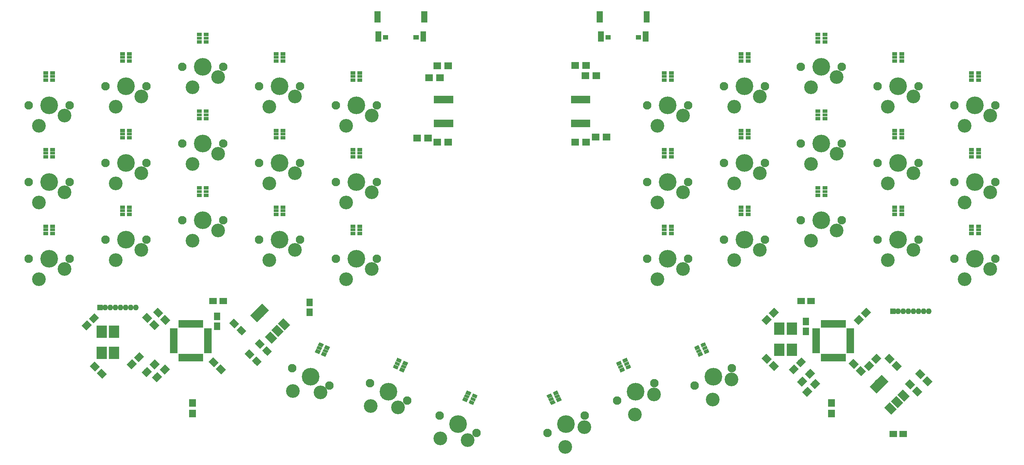
<source format=gbr>
G04 #@! TF.GenerationSoftware,KiCad,Pcbnew,(5.0.0)*
G04 #@! TF.CreationDate,2018-09-12T15:38:26+02:00*
G04 #@! TF.ProjectId,FNH35_rev1,464E4833355F726576312E6B69636164,rev?*
G04 #@! TF.SameCoordinates,Original*
G04 #@! TF.FileFunction,Soldermask,Top*
G04 #@! TF.FilePolarity,Negative*
%FSLAX46Y46*%
G04 Gerber Fmt 4.6, Leading zero omitted, Abs format (unit mm)*
G04 Created by KiCad (PCBNEW (5.0.0)) date 09/12/18 15:38:26*
%MOMM*%
%LPD*%
G01*
G04 APERTURE LIST*
%ADD10C,0.100000*%
%ADD11C,1.650000*%
%ADD12C,2.101800*%
%ADD13C,4.387800*%
%ADD14C,3.400000*%
%ADD15C,1.100000*%
%ADD16C,0.950000*%
%ADD17R,1.200000X0.900000*%
%ADD18R,1.200000X0.700000*%
%ADD19R,1.900000X1.700000*%
%ADD20R,1.700000X1.900000*%
%ADD21R,0.679400X1.873200*%
%ADD22R,1.873200X0.679400*%
%ADD23R,2.500000X3.100000*%
%ADD24R,0.850000X1.850000*%
%ADD25C,2.400000*%
%ADD26C,1.900000*%
%ADD27C,1.700000*%
%ADD28O,1.400000X1.400000*%
%ADD29R,1.400000X1.400000*%
%ADD30C,0.900000*%
%ADD31C,0.700000*%
%ADD32R,1.900000X1.650000*%
%ADD33R,1.650000X1.900000*%
G04 APERTURE END LIST*
D10*
G04 #@! TO.C,J102*
G36*
X-18017000Y-22331000D02*
X-16499750Y-22331000D01*
X-16499750Y-19514530D01*
X-18017000Y-19514530D01*
X-18017000Y-22331000D01*
G37*
G36*
X-6388530Y-22331000D02*
X-4899750Y-22331000D01*
X-4899750Y-19517120D01*
X-6388530Y-19517120D01*
X-6388530Y-22331000D01*
G37*
G36*
X-17707490Y-27081000D02*
X-16299750Y-27081000D01*
X-16299750Y-24479390D01*
X-17707490Y-24479390D01*
X-17707490Y-27081000D01*
G37*
G36*
X-6596600Y-27081000D02*
X-5199750Y-27081000D01*
X-5199750Y-24480160D01*
X-6596600Y-24480160D01*
X-6596600Y-27081000D01*
G37*
G36*
X-15882640Y-26506000D02*
X-14574750Y-26506000D01*
X-14574750Y-25455420D01*
X-15882640Y-25455420D01*
X-15882640Y-26506000D01*
G37*
G36*
X-8319250Y-26506000D02*
X-7024750Y-26506000D01*
X-7024750Y-25455428D01*
X-8319250Y-25455428D01*
X-8319250Y-26506000D01*
G37*
G04 #@! TO.C,J3*
G36*
X46850250Y-26506000D02*
X48144750Y-26506000D01*
X48144750Y-25455428D01*
X46850250Y-25455428D01*
X46850250Y-26506000D01*
G37*
G36*
X39286860Y-26506000D02*
X40594750Y-26506000D01*
X40594750Y-25455420D01*
X39286860Y-25455420D01*
X39286860Y-26506000D01*
G37*
G36*
X48572900Y-27081000D02*
X49969750Y-27081000D01*
X49969750Y-24480160D01*
X48572900Y-24480160D01*
X48572900Y-27081000D01*
G37*
G36*
X37462010Y-27081000D02*
X38869750Y-27081000D01*
X38869750Y-24479390D01*
X37462010Y-24479390D01*
X37462010Y-27081000D01*
G37*
G36*
X48780970Y-22331000D02*
X50269750Y-22331000D01*
X50269750Y-19517120D01*
X48780970Y-19517120D01*
X48780970Y-22331000D01*
G37*
G36*
X37152500Y-22331000D02*
X38669750Y-22331000D01*
X38669750Y-19514530D01*
X37152500Y-19514530D01*
X37152500Y-22331000D01*
G37*
G04 #@! TD*
D11*
G04 #@! TO.C,C101*
X-78195133Y-107177766D03*
D10*
G36*
X-78106745Y-105922651D02*
X-76940018Y-107089378D01*
X-78283521Y-108432881D01*
X-79450248Y-107266154D01*
X-78106745Y-105922651D01*
X-78106745Y-105922651D01*
G37*
D11*
X-76427367Y-105410000D03*
D10*
G36*
X-76338979Y-104154885D02*
X-75172252Y-105321612D01*
X-76515755Y-106665115D01*
X-77682482Y-105498388D01*
X-76338979Y-104154885D01*
X-76338979Y-104154885D01*
G37*
G04 #@! TD*
D11*
G04 #@! TO.C,C104*
X-72617367Y-97403883D03*
D10*
G36*
X-71362252Y-97492271D02*
X-72528979Y-98658998D01*
X-73872482Y-97315495D01*
X-72705755Y-96148768D01*
X-71362252Y-97492271D01*
X-71362252Y-97492271D01*
G37*
D11*
X-74385133Y-95636117D03*
D10*
G36*
X-73130018Y-95724505D02*
X-74296745Y-96891232D01*
X-75640248Y-95547729D01*
X-74473521Y-94381002D01*
X-73130018Y-95724505D01*
X-73130018Y-95724505D01*
G37*
G04 #@! TD*
D12*
G04 #@! TO.C,K209*
X-55518750Y-33337500D03*
X-65678750Y-33337500D03*
D13*
X-60598750Y-33337500D03*
D14*
X-56788750Y-35877500D03*
X-63138750Y-38417500D03*
G04 #@! TD*
D12*
G04 #@! TO.C,K213*
X-74568750Y-38100000D03*
X-84728750Y-38100000D03*
D13*
X-79648750Y-38100000D03*
D14*
X-75838750Y-40640000D03*
X-82188750Y-43180000D03*
G04 #@! TD*
D15*
G04 #@! TO.C,J102*
X-17249750Y-20931000D03*
X-5649750Y-20931000D03*
X-16999750Y-25781000D03*
X-5899750Y-25781000D03*
D16*
X-15224750Y-25981000D03*
X-7674750Y-25981000D03*
G04 #@! TD*
D17*
G04 #@! TO.C,DB302*
X-23348750Y-74718750D03*
D18*
X-23348750Y-73818750D03*
D17*
X-23348750Y-72918750D03*
X-21648750Y-72918750D03*
D18*
X-21648750Y-73818750D03*
D17*
X-21648750Y-74718750D03*
G04 #@! TD*
D14*
G04 #@! TO.C,K214*
X-82188750Y-62230000D03*
X-75838750Y-59690000D03*
D13*
X-79648750Y-57150000D03*
D12*
X-84728750Y-57150000D03*
X-74568750Y-57150000D03*
G04 #@! TD*
D14*
G04 #@! TO.C,K203*
X-25038750Y-86042500D03*
X-18688750Y-83502500D03*
D13*
X-22498750Y-80962500D03*
D12*
X-27578750Y-80962500D03*
X-17418750Y-80962500D03*
G04 #@! TD*
D14*
G04 #@! TO.C,K215*
X-82188750Y-81280000D03*
X-75838750Y-78740000D03*
D13*
X-79648750Y-76200000D03*
D12*
X-84728750Y-76200000D03*
X-74568750Y-76200000D03*
G04 #@! TD*
G04 #@! TO.C,K216*
X-93618750Y-42862500D03*
X-103778750Y-42862500D03*
D13*
X-98698750Y-42862500D03*
D14*
X-94888750Y-45402500D03*
X-101238750Y-47942500D03*
G04 #@! TD*
D12*
G04 #@! TO.C,K204*
X7355064Y-124224396D03*
X-1853024Y-119930594D03*
D13*
X2751020Y-122077495D03*
D14*
X5130602Y-125989692D03*
X-1697903Y-125608088D03*
G04 #@! TD*
D12*
G04 #@! TO.C,K211*
X-55518750Y-71437500D03*
X-65678750Y-71437500D03*
D13*
X-60598750Y-71437500D03*
D14*
X-56788750Y-73977500D03*
X-63138750Y-76517500D03*
G04 #@! TD*
D17*
G04 #@! TO.C,DB316*
X-97848750Y-36618750D03*
D18*
X-97848750Y-35718750D03*
D17*
X-97848750Y-34818750D03*
X-99548750Y-34818750D03*
D18*
X-99548750Y-35718750D03*
D17*
X-99548750Y-36618750D03*
G04 #@! TD*
G04 #@! TO.C,DB314*
X-80498750Y-69956250D03*
D18*
X-80498750Y-69056250D03*
D17*
X-80498750Y-68156250D03*
X-78798750Y-68156250D03*
D18*
X-78798750Y-69056250D03*
D17*
X-78798750Y-69956250D03*
G04 #@! TD*
D14*
G04 #@! TO.C,K210*
X-63138750Y-57467500D03*
X-56788750Y-54927500D03*
D13*
X-60598750Y-52387500D03*
D12*
X-65678750Y-52387500D03*
X-55518750Y-52387500D03*
G04 #@! TD*
G04 #@! TO.C,K207*
X-36468750Y-76200000D03*
X-46628750Y-76200000D03*
D13*
X-41548750Y-76200000D03*
D14*
X-37738750Y-78740000D03*
X-44088750Y-81280000D03*
G04 #@! TD*
D12*
G04 #@! TO.C,K202*
X-17418750Y-61912500D03*
X-27578750Y-61912500D03*
D13*
X-22498750Y-61912500D03*
D14*
X-18688750Y-64452500D03*
X-25038750Y-66992500D03*
G04 #@! TD*
D12*
G04 #@! TO.C,K206*
X-36468750Y-57150000D03*
X-46628750Y-57150000D03*
D13*
X-41548750Y-57150000D03*
D14*
X-37738750Y-59690000D03*
X-44088750Y-62230000D03*
G04 #@! TD*
G04 #@! TO.C,K205*
X-44088750Y-43180000D03*
X-37738750Y-40640000D03*
D13*
X-41548750Y-38100000D03*
D12*
X-46628750Y-38100000D03*
X-36468750Y-38100000D03*
G04 #@! TD*
G04 #@! TO.C,K218*
X-93618750Y-80962500D03*
X-103778750Y-80962500D03*
D13*
X-98698750Y-80962500D03*
D14*
X-94888750Y-83502500D03*
X-101238750Y-86042500D03*
G04 #@! TD*
D19*
G04 #@! TO.C,R107*
X-2411250Y-52050000D03*
X288750Y-52050000D03*
G04 #@! TD*
D20*
G04 #@! TO.C,R103*
X-63138750Y-119460000D03*
X-63138750Y-116760000D03*
G04 #@! TD*
D21*
G04 #@! TO.C,U102*
X-66288350Y-97129600D03*
X-65805750Y-97129600D03*
X-65297750Y-97129600D03*
X-64789750Y-97129600D03*
X-64307150Y-97129600D03*
X-63799150Y-97129600D03*
X-63291150Y-97129600D03*
X-62783150Y-97129600D03*
X-62300550Y-97129600D03*
X-61792550Y-97129600D03*
X-61284550Y-97129600D03*
X-60801950Y-97129600D03*
D22*
X-59328750Y-98602800D03*
X-59328750Y-99085400D03*
X-59328750Y-99593400D03*
X-59328750Y-100101400D03*
X-59328750Y-100584000D03*
X-59328750Y-101092000D03*
X-59328750Y-101600000D03*
X-59328750Y-102108000D03*
X-59328750Y-102590600D03*
X-59328750Y-103098600D03*
X-59328750Y-103606600D03*
X-59328750Y-104089200D03*
D21*
X-60801950Y-105562400D03*
X-61284550Y-105562400D03*
X-61792550Y-105562400D03*
X-62300550Y-105562400D03*
X-62783150Y-105562400D03*
X-63291150Y-105562400D03*
X-63799150Y-105562400D03*
X-64307150Y-105562400D03*
X-64789750Y-105562400D03*
X-65297750Y-105562400D03*
X-65805750Y-105562400D03*
X-66288350Y-105562400D03*
D22*
X-67761550Y-104089200D03*
X-67761550Y-103606600D03*
X-67761550Y-103098600D03*
X-67761550Y-102590600D03*
X-67761550Y-102108000D03*
X-67761550Y-101600000D03*
X-67761550Y-101092000D03*
X-67761550Y-100584000D03*
X-67761550Y-100101400D03*
X-67761550Y-99593400D03*
X-67761550Y-99085400D03*
X-67761550Y-98602800D03*
G04 #@! TD*
D23*
G04 #@! TO.C,X101*
X-85667750Y-99077001D03*
X-85667750Y-104376999D03*
X-82567750Y-104376999D03*
X-82567750Y-99077001D03*
G04 #@! TD*
D24*
G04 #@! TO.C,U103*
X1097130Y-41463445D03*
X447130Y-41463445D03*
X-202870Y-41463445D03*
X-852870Y-41463445D03*
X-1502870Y-41463445D03*
X-2152870Y-41463445D03*
X-2802870Y-41463445D03*
X-2802870Y-47363445D03*
X-2152870Y-47363445D03*
X-1502870Y-47363445D03*
X-852870Y-47363445D03*
X-202870Y-47363445D03*
X447130Y-47363445D03*
X1097130Y-47363445D03*
G04 #@! TD*
D25*
G04 #@! TO.C,U101*
X-46482155Y-94424161D03*
D10*
G36*
X-44148703Y-93787765D02*
X-47118551Y-96757613D01*
X-48815607Y-95060557D01*
X-45845759Y-92090709D01*
X-44148703Y-93787765D01*
X-44148703Y-93787765D01*
G37*
D26*
X-42027383Y-98878933D03*
D10*
G36*
X-40507103Y-99055710D02*
X-41850606Y-100399213D01*
X-43547663Y-98702156D01*
X-42204160Y-97358653D01*
X-40507103Y-99055710D01*
X-40507103Y-99055710D01*
G37*
D26*
X-40401037Y-97252588D03*
D10*
G36*
X-38880757Y-97429365D02*
X-40224260Y-98772868D01*
X-41921317Y-97075811D01*
X-40577814Y-95732308D01*
X-38880757Y-97429365D01*
X-38880757Y-97429365D01*
G37*
D26*
X-43653728Y-100505279D03*
D10*
G36*
X-42133448Y-100682056D02*
X-43476951Y-102025559D01*
X-45174008Y-100328502D01*
X-43830505Y-98984999D01*
X-42133448Y-100682056D01*
X-42133448Y-100682056D01*
G37*
G04 #@! TD*
D27*
G04 #@! TO.C,R102*
X-72546656Y-107197906D03*
D10*
G36*
X-72617367Y-108470698D02*
X-73819448Y-107268617D01*
X-72475945Y-105925114D01*
X-71273864Y-107127195D01*
X-72617367Y-108470698D01*
X-72617367Y-108470698D01*
G37*
D27*
X-74455844Y-109107094D03*
D10*
G36*
X-74526555Y-110379886D02*
X-75728636Y-109177805D01*
X-74385133Y-107834302D01*
X-73183052Y-109036383D01*
X-74526555Y-110379886D01*
X-74526555Y-110379886D01*
G37*
G04 #@! TD*
D19*
G04 #@! TO.C,R104*
X288750Y-33050000D03*
X-2411250Y-33050000D03*
G04 #@! TD*
G04 #@! TO.C,R105*
X-4411250Y-36050000D03*
X-1711250Y-36050000D03*
G04 #@! TD*
D11*
G04 #@! TO.C,C102*
X-71642633Y-94366117D03*
D10*
G36*
X-70387518Y-94454505D02*
X-71554245Y-95621232D01*
X-72897748Y-94277729D01*
X-71731021Y-93111002D01*
X-70387518Y-94454505D01*
X-70387518Y-94454505D01*
G37*
D11*
X-69874867Y-96133883D03*
D10*
G36*
X-68619752Y-96222271D02*
X-69786479Y-97388998D01*
X-71129982Y-96045495D01*
X-69963255Y-94878768D01*
X-68619752Y-96222271D01*
X-68619752Y-96222271D01*
G37*
G04 #@! TD*
D27*
G04 #@! TO.C,R101*
X-70006656Y-108467906D03*
D10*
G36*
X-69935945Y-107195114D02*
X-68733864Y-108397195D01*
X-70077367Y-109740698D01*
X-71279448Y-108538617D01*
X-69935945Y-107195114D01*
X-69935945Y-107195114D01*
G37*
D27*
X-71915844Y-110377094D03*
D10*
G36*
X-71845133Y-109104302D02*
X-70643052Y-110306383D01*
X-71986555Y-111649886D01*
X-73188636Y-110447805D01*
X-71845133Y-109104302D01*
X-71845133Y-109104302D01*
G37*
G04 #@! TD*
D28*
G04 #@! TO.C,J103*
X-77171250Y-93050000D03*
X-78441250Y-93050000D03*
X-79711250Y-93050000D03*
X-80981250Y-93050000D03*
X-82251250Y-93050000D03*
X-83521250Y-93050000D03*
X-84791250Y-93050000D03*
D29*
X-86061250Y-93050000D03*
G04 #@! TD*
D17*
G04 #@! TO.C,DB317*
X-99548750Y-74718750D03*
D18*
X-99548750Y-73818750D03*
D17*
X-99548750Y-72918750D03*
X-97848750Y-72918750D03*
D18*
X-97848750Y-73818750D03*
D17*
X-97848750Y-74718750D03*
G04 #@! TD*
D30*
G04 #@! TO.C,DB303*
X6836963Y-115049896D03*
D10*
G36*
X6103000Y-115204164D02*
X6483357Y-114388487D01*
X7570926Y-114895628D01*
X7190569Y-115711305D01*
X6103000Y-115204164D01*
X6103000Y-115204164D01*
G37*
D31*
X6456608Y-115865573D03*
D10*
G36*
X5764907Y-115929210D02*
X6060740Y-115294794D01*
X7148309Y-115801936D01*
X6852476Y-116436352D01*
X5764907Y-115929210D01*
X5764907Y-115929210D01*
G37*
D30*
X6076250Y-116681250D03*
D10*
G36*
X5342287Y-116835518D02*
X5722644Y-116019841D01*
X6810213Y-116526982D01*
X6429856Y-117342659D01*
X5342287Y-116835518D01*
X5342287Y-116835518D01*
G37*
D30*
X4535527Y-115962798D03*
D10*
G36*
X3801564Y-116117066D02*
X4181921Y-115301389D01*
X5269490Y-115808530D01*
X4889133Y-116624207D01*
X3801564Y-116117066D01*
X3801564Y-116117066D01*
G37*
D31*
X4915882Y-115147121D03*
D10*
G36*
X4224181Y-115210758D02*
X4520014Y-114576342D01*
X5607583Y-115083484D01*
X5311750Y-115717900D01*
X4224181Y-115210758D01*
X4224181Y-115210758D01*
G37*
D30*
X5296240Y-114331444D03*
D10*
G36*
X4562277Y-114485712D02*
X4942634Y-113670035D01*
X6030203Y-114177176D01*
X5649846Y-114992853D01*
X4562277Y-114485712D01*
X4562277Y-114485712D01*
G37*
G04 #@! TD*
D17*
G04 #@! TO.C,DB318*
X-97848750Y-53868750D03*
D18*
X-97848750Y-54768750D03*
D17*
X-97848750Y-55668750D03*
X-99548750Y-55668750D03*
D18*
X-99548750Y-54768750D03*
D17*
X-99548750Y-53868750D03*
G04 #@! TD*
D11*
G04 #@! TO.C,C108*
X-47180886Y-106425430D03*
D10*
G36*
X-45925771Y-106513818D02*
X-47092498Y-107680545D01*
X-48436001Y-106337042D01*
X-47269274Y-105170315D01*
X-45925771Y-106513818D01*
X-45925771Y-106513818D01*
G37*
D11*
X-48948652Y-104657664D03*
D10*
G36*
X-47693537Y-104746052D02*
X-48860264Y-105912779D01*
X-50203767Y-104569276D01*
X-49037040Y-103402549D01*
X-47693537Y-104746052D01*
X-47693537Y-104746052D01*
G37*
G04 #@! TD*
D11*
G04 #@! TO.C,C105*
X-57875133Y-106680000D03*
D10*
G36*
X-59130248Y-106591612D02*
X-57963521Y-105424885D01*
X-56620018Y-106768388D01*
X-57786745Y-107935115D01*
X-59130248Y-106591612D01*
X-59130248Y-106591612D01*
G37*
D11*
X-56107367Y-108447766D03*
D10*
G36*
X-57362482Y-108359378D02*
X-56195755Y-107192651D01*
X-54852252Y-108536154D01*
X-56018979Y-109702881D01*
X-57362482Y-108359378D01*
X-57362482Y-108359378D01*
G37*
G04 #@! TD*
D32*
G04 #@! TO.C,C103*
X-55538750Y-91440000D03*
X-58038750Y-91440000D03*
G04 #@! TD*
D30*
G04 #@! TO.C,DB311*
X-31302868Y-102359621D03*
D10*
G36*
X-32036831Y-102513889D02*
X-31656474Y-101698212D01*
X-30568905Y-102205353D01*
X-30949262Y-103021030D01*
X-32036831Y-102513889D01*
X-32036831Y-102513889D01*
G37*
D31*
X-31683226Y-103175298D03*
D10*
G36*
X-32374927Y-103238935D02*
X-32079094Y-102604519D01*
X-30991525Y-103111661D01*
X-31287358Y-103746077D01*
X-32374927Y-103238935D01*
X-32374927Y-103238935D01*
G37*
D30*
X-32063581Y-103990975D03*
D10*
G36*
X-32797544Y-104145243D02*
X-32417187Y-103329566D01*
X-31329618Y-103836707D01*
X-31709975Y-104652384D01*
X-32797544Y-104145243D01*
X-32797544Y-104145243D01*
G37*
D30*
X-30522858Y-104709427D03*
D10*
G36*
X-31256821Y-104863695D02*
X-30876464Y-104048018D01*
X-29788895Y-104555159D01*
X-30169252Y-105370836D01*
X-31256821Y-104863695D01*
X-31256821Y-104863695D01*
G37*
D31*
X-30142500Y-103893750D03*
D10*
G36*
X-30834201Y-103957387D02*
X-30538368Y-103322971D01*
X-29450799Y-103830113D01*
X-29746632Y-104464529D01*
X-30834201Y-103957387D01*
X-30834201Y-103957387D01*
G37*
D30*
X-29762145Y-103078073D03*
D10*
G36*
X-30496108Y-103232341D02*
X-30115751Y-102416664D01*
X-29028182Y-102923805D01*
X-29408539Y-103739482D01*
X-30496108Y-103232341D01*
X-30496108Y-103232341D01*
G37*
G04 #@! TD*
D17*
G04 #@! TO.C,DB305*
X-42398750Y-31856250D03*
D18*
X-42398750Y-30956250D03*
D17*
X-42398750Y-30056250D03*
X-40698750Y-30056250D03*
D18*
X-40698750Y-30956250D03*
D17*
X-40698750Y-31856250D03*
G04 #@! TD*
G04 #@! TO.C,DB308*
X-42398750Y-49106250D03*
D18*
X-42398750Y-50006250D03*
D17*
X-42398750Y-50906250D03*
X-40698750Y-50906250D03*
D18*
X-40698750Y-50006250D03*
D17*
X-40698750Y-49106250D03*
G04 #@! TD*
D11*
G04 #@! TO.C,C111*
X-52758652Y-97037664D03*
D10*
G36*
X-51503537Y-97126052D02*
X-52670264Y-98292779D01*
X-54013767Y-96949276D01*
X-52847040Y-95782549D01*
X-51503537Y-97126052D01*
X-51503537Y-97126052D01*
G37*
D11*
X-50990886Y-98805430D03*
D10*
G36*
X-49735771Y-98893818D02*
X-50902498Y-100060545D01*
X-52246001Y-98717042D01*
X-51079274Y-97550315D01*
X-49735771Y-98893818D01*
X-49735771Y-98893818D01*
G37*
G04 #@! TD*
D17*
G04 #@! TO.C,DB304*
X-21648750Y-53868750D03*
D18*
X-21648750Y-54768750D03*
D17*
X-21648750Y-55668750D03*
X-23348750Y-55668750D03*
D18*
X-23348750Y-54768750D03*
D17*
X-23348750Y-53868750D03*
G04 #@! TD*
G04 #@! TO.C,DB312*
X-59748750Y-44343750D03*
D18*
X-59748750Y-45243750D03*
D17*
X-59748750Y-46143750D03*
X-61448750Y-46143750D03*
D18*
X-61448750Y-45243750D03*
D17*
X-61448750Y-44343750D03*
G04 #@! TD*
D30*
G04 #@! TO.C,DB307*
X-10392500Y-106956250D03*
D10*
G36*
X-11126463Y-107110518D02*
X-10746106Y-106294841D01*
X-9658537Y-106801982D01*
X-10038894Y-107617659D01*
X-11126463Y-107110518D01*
X-11126463Y-107110518D01*
G37*
D31*
X-10772855Y-107771927D03*
D10*
G36*
X-11464556Y-107835564D02*
X-11168723Y-107201148D01*
X-10081154Y-107708290D01*
X-10376987Y-108342706D01*
X-11464556Y-107835564D01*
X-11464556Y-107835564D01*
G37*
D30*
X-11153213Y-108587604D03*
D10*
G36*
X-11887176Y-108741872D02*
X-11506819Y-107926195D01*
X-10419250Y-108433336D01*
X-10799607Y-109249013D01*
X-11887176Y-108741872D01*
X-11887176Y-108741872D01*
G37*
D30*
X-12693936Y-107869152D03*
D10*
G36*
X-13427899Y-108023420D02*
X-13047542Y-107207743D01*
X-11959973Y-107714884D01*
X-12340330Y-108530561D01*
X-13427899Y-108023420D01*
X-13427899Y-108023420D01*
G37*
D31*
X-12313581Y-107053475D03*
D10*
G36*
X-13005282Y-107117112D02*
X-12709449Y-106482696D01*
X-11621880Y-106989838D01*
X-11917713Y-107624254D01*
X-13005282Y-107117112D01*
X-13005282Y-107117112D01*
G37*
D30*
X-11933223Y-106237798D03*
D10*
G36*
X-12667186Y-106392066D02*
X-12286829Y-105576389D01*
X-11199260Y-106083530D01*
X-11579617Y-106899207D01*
X-12667186Y-106392066D01*
X-12667186Y-106392066D01*
G37*
G04 #@! TD*
D17*
G04 #@! TO.C,DB315*
X-80498750Y-49106250D03*
D18*
X-80498750Y-50006250D03*
D17*
X-80498750Y-50906250D03*
X-78798750Y-50906250D03*
D18*
X-78798750Y-50006250D03*
D17*
X-78798750Y-49106250D03*
G04 #@! TD*
D33*
G04 #@! TO.C,C112*
X-34094769Y-94294047D03*
X-34094769Y-91794047D03*
G04 #@! TD*
D11*
G04 #@! TO.C,C107*
X-89379133Y-97525883D03*
D10*
G36*
X-89290745Y-96270768D02*
X-88124018Y-97437495D01*
X-89467521Y-98780998D01*
X-90634248Y-97614271D01*
X-89290745Y-96270768D01*
X-89290745Y-96270768D01*
G37*
D11*
X-87611367Y-95758117D03*
D10*
G36*
X-87522979Y-94503002D02*
X-86356252Y-95669729D01*
X-87699755Y-97013232D01*
X-88866482Y-95846505D01*
X-87522979Y-94503002D01*
X-87522979Y-94503002D01*
G37*
G04 #@! TD*
D17*
G04 #@! TO.C,DB306*
X-40698750Y-69956250D03*
D18*
X-40698750Y-69056250D03*
D17*
X-40698750Y-68156250D03*
X-42398750Y-68156250D03*
D18*
X-42398750Y-69056250D03*
D17*
X-42398750Y-69956250D03*
G04 #@! TD*
D11*
G04 #@! TO.C,C109*
X-87379133Y-107758117D03*
D10*
G36*
X-88634248Y-107669729D02*
X-87467521Y-106503002D01*
X-86124018Y-107846505D01*
X-87290745Y-109013232D01*
X-88634248Y-107669729D01*
X-88634248Y-107669729D01*
G37*
D11*
X-85611367Y-109525883D03*
D10*
G36*
X-86866482Y-109437495D02*
X-85699755Y-108270768D01*
X-84356252Y-109614271D01*
X-85522979Y-110780998D01*
X-86866482Y-109437495D01*
X-86866482Y-109437495D01*
G37*
G04 #@! TD*
D17*
G04 #@! TO.C,DB313*
X-80498750Y-31856250D03*
D18*
X-80498750Y-30956250D03*
D17*
X-80498750Y-30056250D03*
X-78798750Y-30056250D03*
D18*
X-78798750Y-30956250D03*
D17*
X-78798750Y-31856250D03*
G04 #@! TD*
G04 #@! TO.C,DB309*
X-59748750Y-27093750D03*
D18*
X-59748750Y-26193750D03*
D17*
X-59748750Y-25293750D03*
X-61448750Y-25293750D03*
D18*
X-61448750Y-26193750D03*
D17*
X-61448750Y-27093750D03*
G04 #@! TD*
G04 #@! TO.C,DB301*
X-21648750Y-36618750D03*
D18*
X-21648750Y-35718750D03*
D17*
X-21648750Y-34818750D03*
X-23348750Y-34818750D03*
D18*
X-23348750Y-35718750D03*
D17*
X-23348750Y-36618750D03*
G04 #@! TD*
D19*
G04 #@! TO.C,R106*
X-4711250Y-51050000D03*
X-7411250Y-51050000D03*
G04 #@! TD*
D33*
G04 #@! TO.C,C106*
X-56991250Y-95270000D03*
X-56991250Y-97770000D03*
G04 #@! TD*
D11*
G04 #@! TO.C,C110*
X-44640886Y-103885430D03*
D10*
G36*
X-43385771Y-103973818D02*
X-44552498Y-105140545D01*
X-45896001Y-103797042D01*
X-44729274Y-102630315D01*
X-43385771Y-103973818D01*
X-43385771Y-103973818D01*
G37*
D11*
X-46408652Y-102117664D03*
D10*
G36*
X-45153537Y-102206052D02*
X-46320264Y-103372779D01*
X-47663767Y-102029276D01*
X-46497040Y-100862549D01*
X-45153537Y-102206052D01*
X-45153537Y-102206052D01*
G37*
G04 #@! TD*
D17*
G04 #@! TO.C,DB310*
X-59748750Y-65193750D03*
D18*
X-59748750Y-64293750D03*
D17*
X-59748750Y-63393750D03*
X-61448750Y-63393750D03*
D18*
X-61448750Y-64293750D03*
D17*
X-61448750Y-65193750D03*
G04 #@! TD*
D14*
G04 #@! TO.C,K217*
X-101238750Y-66992500D03*
X-94888750Y-64452500D03*
D13*
X-98698750Y-61912500D03*
D12*
X-103778750Y-61912500D03*
X-93618750Y-61912500D03*
G04 #@! TD*
D14*
G04 #@! TO.C,K208*
X-18963067Y-117557210D03*
X-12134562Y-117938814D03*
D13*
X-14514144Y-114026617D03*
D12*
X-19118188Y-111879716D03*
X-9910100Y-116173518D03*
G04 #@! TD*
G04 #@! TO.C,K212*
X-29187982Y-112438931D03*
X-38396070Y-108145129D03*
D13*
X-33792026Y-110292030D03*
D14*
X-31412444Y-114204227D03*
X-38240949Y-113822623D03*
G04 #@! TD*
G04 #@! TO.C,K201*
X-25038750Y-47942500D03*
X-18688750Y-45402500D03*
D13*
X-22498750Y-42862500D03*
D12*
X-27578750Y-42862500D03*
X-17418750Y-42862500D03*
G04 #@! TD*
G04 #@! TO.C,K1*
X136048750Y-61912500D03*
X125888750Y-61912500D03*
D13*
X130968750Y-61912500D03*
D14*
X134778750Y-64452500D03*
X128428750Y-66992500D03*
G04 #@! TD*
D12*
G04 #@! TO.C,K40*
X59848750Y-42862500D03*
X49688750Y-42862500D03*
D13*
X54768750Y-42862500D03*
D14*
X58578750Y-45402500D03*
X52228750Y-47942500D03*
G04 #@! TD*
G04 #@! TO.C,K20*
X90328750Y-38417500D03*
X96678750Y-35877500D03*
D13*
X92868750Y-33337500D03*
D12*
X87788750Y-33337500D03*
X97948750Y-33337500D03*
G04 #@! TD*
D14*
G04 #@! TO.C,K23*
X65906905Y-115969524D03*
X70588509Y-110983876D03*
D13*
X66062026Y-110292030D03*
D12*
X61457982Y-112438931D03*
X70666070Y-108145129D03*
G04 #@! TD*
G04 #@! TO.C,K33*
X51388188Y-111879716D03*
X42180100Y-116173518D03*
D13*
X46784144Y-114026617D03*
D14*
X51310627Y-114718463D03*
X46629023Y-119704111D03*
G04 #@! TD*
D17*
G04 #@! TO.C,DB0*
X131818750Y-34818750D03*
D18*
X131818750Y-35718750D03*
D17*
X131818750Y-36618750D03*
X130118750Y-36618750D03*
D18*
X130118750Y-35718750D03*
D17*
X130118750Y-34818750D03*
G04 #@! TD*
D14*
G04 #@! TO.C,K22*
X90328750Y-76517500D03*
X96678750Y-73977500D03*
D13*
X92868750Y-71437500D03*
D12*
X87788750Y-71437500D03*
X97948750Y-71437500D03*
G04 #@! TD*
G04 #@! TO.C,K30*
X78898750Y-38100000D03*
X68738750Y-38100000D03*
D13*
X73818750Y-38100000D03*
D14*
X77628750Y-40640000D03*
X71278750Y-43180000D03*
G04 #@! TD*
D12*
G04 #@! TO.C,K42*
X59848750Y-80962500D03*
X49688750Y-80962500D03*
D13*
X54768750Y-80962500D03*
D14*
X58578750Y-83502500D03*
X52228750Y-86042500D03*
G04 #@! TD*
G04 #@! TO.C,K43*
X29363859Y-127754989D03*
X34045463Y-122769341D03*
D13*
X29518980Y-122077495D03*
D12*
X24914936Y-124224396D03*
X34123024Y-119930594D03*
G04 #@! TD*
D14*
G04 #@! TO.C,K0*
X128428750Y-47942500D03*
X134778750Y-45402500D03*
D13*
X130968750Y-42862500D03*
D12*
X125888750Y-42862500D03*
X136048750Y-42862500D03*
G04 #@! TD*
G04 #@! TO.C,K12*
X116998750Y-76200000D03*
X106838750Y-76200000D03*
D13*
X111918750Y-76200000D03*
D14*
X115728750Y-78740000D03*
X109378750Y-81280000D03*
G04 #@! TD*
G04 #@! TO.C,K10*
X109378750Y-43180000D03*
X115728750Y-40640000D03*
D13*
X111918750Y-38100000D03*
D12*
X106838750Y-38100000D03*
X116998750Y-38100000D03*
G04 #@! TD*
D14*
G04 #@! TO.C,K41*
X52228750Y-66992500D03*
X58578750Y-64452500D03*
D13*
X54768750Y-61912500D03*
D12*
X49688750Y-61912500D03*
X59848750Y-61912500D03*
G04 #@! TD*
D14*
G04 #@! TO.C,K31*
X71278750Y-62230000D03*
X77628750Y-59690000D03*
D13*
X73818750Y-57150000D03*
D12*
X68738750Y-57150000D03*
X78898750Y-57150000D03*
G04 #@! TD*
D14*
G04 #@! TO.C,K32*
X71278750Y-81280000D03*
X77628750Y-78740000D03*
D13*
X73818750Y-76200000D03*
D12*
X68738750Y-76200000D03*
X78898750Y-76200000D03*
G04 #@! TD*
D14*
G04 #@! TO.C,K2*
X128428750Y-86042500D03*
X134778750Y-83502500D03*
D13*
X130968750Y-80962500D03*
D12*
X125888750Y-80962500D03*
X136048750Y-80962500D03*
G04 #@! TD*
D16*
G04 #@! TO.C,J3*
X47494750Y-25981000D03*
X39944750Y-25981000D03*
D15*
X49269750Y-25781000D03*
X38169750Y-25781000D03*
X49519750Y-20931000D03*
X37919750Y-20931000D03*
G04 #@! TD*
D12*
G04 #@! TO.C,K21*
X97948750Y-52387500D03*
X87788750Y-52387500D03*
D13*
X92868750Y-52387500D03*
D14*
X96678750Y-54927500D03*
X90328750Y-57467500D03*
G04 #@! TD*
D12*
G04 #@! TO.C,K11*
X116998750Y-57150000D03*
X106838750Y-57150000D03*
D13*
X111918750Y-57150000D03*
D14*
X115728750Y-59690000D03*
X109378750Y-62230000D03*
G04 #@! TD*
D17*
G04 #@! TO.C,DB42*
X53918750Y-72918750D03*
D18*
X53918750Y-73818750D03*
D17*
X53918750Y-74718750D03*
X55618750Y-74718750D03*
D18*
X55618750Y-73818750D03*
D17*
X55618750Y-72918750D03*
G04 #@! TD*
G04 #@! TO.C,DB12*
X111068750Y-68156250D03*
D18*
X111068750Y-69056250D03*
D17*
X111068750Y-69956250D03*
X112768750Y-69956250D03*
D18*
X112768750Y-69056250D03*
D17*
X112768750Y-68156250D03*
G04 #@! TD*
G04 #@! TO.C,DB22*
X93718750Y-63393750D03*
D18*
X93718750Y-64293750D03*
D17*
X93718750Y-65193750D03*
X92018750Y-65193750D03*
D18*
X92018750Y-64293750D03*
D17*
X92018750Y-63393750D03*
G04 #@! TD*
G04 #@! TO.C,DB30*
X72968750Y-30056250D03*
D18*
X72968750Y-30956250D03*
D17*
X72968750Y-31856250D03*
X74668750Y-31856250D03*
D18*
X74668750Y-30956250D03*
D17*
X74668750Y-30056250D03*
G04 #@! TD*
G04 #@! TO.C,DB2*
X130118750Y-72918750D03*
D18*
X130118750Y-73818750D03*
D17*
X130118750Y-74718750D03*
X131818750Y-74718750D03*
D18*
X131818750Y-73818750D03*
D17*
X131818750Y-72918750D03*
G04 #@! TD*
G04 #@! TO.C,DB21*
X93718750Y-46143750D03*
D18*
X93718750Y-45243750D03*
D17*
X93718750Y-44343750D03*
X92018750Y-44343750D03*
D18*
X92018750Y-45243750D03*
D17*
X92018750Y-46143750D03*
G04 #@! TD*
G04 #@! TO.C,DB1*
X131818750Y-55668750D03*
D18*
X131818750Y-54768750D03*
D17*
X131818750Y-53868750D03*
X130118750Y-53868750D03*
D18*
X130118750Y-54768750D03*
D17*
X130118750Y-55668750D03*
G04 #@! TD*
G04 #@! TO.C,DB11*
X111068750Y-50906250D03*
D18*
X111068750Y-50006250D03*
D17*
X111068750Y-49106250D03*
X112768750Y-49106250D03*
D18*
X112768750Y-50006250D03*
D17*
X112768750Y-50906250D03*
G04 #@! TD*
G04 #@! TO.C,DB31*
X72968750Y-50906250D03*
D18*
X72968750Y-50006250D03*
D17*
X72968750Y-49106250D03*
X74668750Y-49106250D03*
D18*
X74668750Y-50006250D03*
D17*
X74668750Y-50906250D03*
G04 #@! TD*
G04 #@! TO.C,DB32*
X74668750Y-68156250D03*
D18*
X74668750Y-69056250D03*
D17*
X74668750Y-69956250D03*
X72968750Y-69956250D03*
D18*
X72968750Y-69056250D03*
D17*
X72968750Y-68156250D03*
G04 #@! TD*
G04 #@! TO.C,DB40*
X55618750Y-34818750D03*
D18*
X55618750Y-35718750D03*
D17*
X55618750Y-36618750D03*
X53918750Y-36618750D03*
D18*
X53918750Y-35718750D03*
D17*
X53918750Y-34818750D03*
G04 #@! TD*
G04 #@! TO.C,DB10*
X111068750Y-30056250D03*
D18*
X111068750Y-30956250D03*
D17*
X111068750Y-31856250D03*
X112768750Y-31856250D03*
D18*
X112768750Y-30956250D03*
D17*
X112768750Y-30056250D03*
G04 #@! TD*
G04 #@! TO.C,DB20*
X93718750Y-25293750D03*
D18*
X93718750Y-26193750D03*
D17*
X93718750Y-27093750D03*
X92018750Y-27093750D03*
D18*
X92018750Y-26193750D03*
D17*
X92018750Y-25293750D03*
G04 #@! TD*
D30*
G04 #@! TO.C,DB33*
X44963936Y-107869152D03*
D10*
G36*
X45317542Y-107207743D02*
X45697899Y-108023420D01*
X44610330Y-108530561D01*
X44229973Y-107714884D01*
X45317542Y-107207743D01*
X45317542Y-107207743D01*
G37*
D31*
X44583581Y-107053475D03*
D10*
G36*
X44979449Y-106482696D02*
X45275282Y-107117112D01*
X44187713Y-107624254D01*
X43891880Y-106989838D01*
X44979449Y-106482696D01*
X44979449Y-106482696D01*
G37*
D30*
X44203223Y-106237798D03*
D10*
G36*
X44556829Y-105576389D02*
X44937186Y-106392066D01*
X43849617Y-106899207D01*
X43469260Y-106083530D01*
X44556829Y-105576389D01*
X44556829Y-105576389D01*
G37*
D30*
X42662500Y-106956250D03*
D10*
G36*
X43016106Y-106294841D02*
X43396463Y-107110518D01*
X42308894Y-107617659D01*
X41928537Y-106801982D01*
X43016106Y-106294841D01*
X43016106Y-106294841D01*
G37*
D31*
X43042855Y-107771927D03*
D10*
G36*
X43438723Y-107201148D02*
X43734556Y-107835564D01*
X42646987Y-108342706D01*
X42351154Y-107708290D01*
X43438723Y-107201148D01*
X43438723Y-107201148D01*
G37*
D30*
X43423213Y-108587604D03*
D10*
G36*
X43776819Y-107926195D02*
X44157176Y-108741872D01*
X43069607Y-109249013D01*
X42689250Y-108433336D01*
X43776819Y-107926195D01*
X43776819Y-107926195D01*
G37*
G04 #@! TD*
D17*
G04 #@! TO.C,DB41*
X55618750Y-55668750D03*
D18*
X55618750Y-54768750D03*
D17*
X55618750Y-53868750D03*
X53918750Y-53868750D03*
D18*
X53918750Y-54768750D03*
D17*
X53918750Y-55668750D03*
G04 #@! TD*
D30*
G04 #@! TO.C,DB43*
X27734473Y-115962798D03*
D10*
G36*
X28088079Y-115301389D02*
X28468436Y-116117066D01*
X27380867Y-116624207D01*
X27000510Y-115808530D01*
X28088079Y-115301389D01*
X28088079Y-115301389D01*
G37*
D31*
X27354118Y-115147121D03*
D10*
G36*
X27749986Y-114576342D02*
X28045819Y-115210758D01*
X26958250Y-115717900D01*
X26662417Y-115083484D01*
X27749986Y-114576342D01*
X27749986Y-114576342D01*
G37*
D30*
X26973760Y-114331444D03*
D10*
G36*
X27327366Y-113670035D02*
X27707723Y-114485712D01*
X26620154Y-114992853D01*
X26239797Y-114177176D01*
X27327366Y-113670035D01*
X27327366Y-113670035D01*
G37*
D30*
X25433037Y-115049896D03*
D10*
G36*
X25786643Y-114388487D02*
X26167000Y-115204164D01*
X25079431Y-115711305D01*
X24699074Y-114895628D01*
X25786643Y-114388487D01*
X25786643Y-114388487D01*
G37*
D31*
X25813392Y-115865573D03*
D10*
G36*
X26209260Y-115294794D02*
X26505093Y-115929210D01*
X25417524Y-116436352D01*
X25121691Y-115801936D01*
X26209260Y-115294794D01*
X26209260Y-115294794D01*
G37*
D30*
X26193750Y-116681250D03*
D10*
G36*
X26547356Y-116019841D02*
X26927713Y-116835518D01*
X25840144Y-117342659D01*
X25459787Y-116526982D01*
X26547356Y-116019841D01*
X26547356Y-116019841D01*
G37*
G04 #@! TD*
D30*
G04 #@! TO.C,DB23*
X62792858Y-104709427D03*
D10*
G36*
X63146464Y-104048018D02*
X63526821Y-104863695D01*
X62439252Y-105370836D01*
X62058895Y-104555159D01*
X63146464Y-104048018D01*
X63146464Y-104048018D01*
G37*
D31*
X62412500Y-103893750D03*
D10*
G36*
X62808368Y-103322971D02*
X63104201Y-103957387D01*
X62016632Y-104464529D01*
X61720799Y-103830113D01*
X62808368Y-103322971D01*
X62808368Y-103322971D01*
G37*
D30*
X62032145Y-103078073D03*
D10*
G36*
X62385751Y-102416664D02*
X62766108Y-103232341D01*
X61678539Y-103739482D01*
X61298182Y-102923805D01*
X62385751Y-102416664D01*
X62385751Y-102416664D01*
G37*
D30*
X63572868Y-102359621D03*
D10*
G36*
X63926474Y-101698212D02*
X64306831Y-102513889D01*
X63219262Y-103021030D01*
X62838905Y-102205353D01*
X63926474Y-101698212D01*
X63926474Y-101698212D01*
G37*
D31*
X63953226Y-103175298D03*
D10*
G36*
X64349094Y-102604519D02*
X64644927Y-103238935D01*
X63557358Y-103746077D01*
X63261525Y-103111661D01*
X64349094Y-102604519D01*
X64349094Y-102604519D01*
G37*
D30*
X64333581Y-103990975D03*
D10*
G36*
X64687187Y-103329566D02*
X65067544Y-104145243D01*
X63979975Y-104652384D01*
X63599618Y-103836707D01*
X64687187Y-103329566D01*
X64687187Y-103329566D01*
G37*
G04 #@! TD*
D11*
G04 #@! TO.C,C1*
X81052633Y-94366117D03*
D10*
G36*
X81141021Y-93111002D02*
X82307748Y-94277729D01*
X80964245Y-95621232D01*
X79797518Y-94454505D01*
X81141021Y-93111002D01*
X81141021Y-93111002D01*
G37*
D11*
X79284867Y-96133883D03*
D10*
G36*
X79373255Y-94878768D02*
X80539982Y-96045495D01*
X79196479Y-97388998D01*
X78029752Y-96222271D01*
X79373255Y-94878768D01*
X79373255Y-94878768D01*
G37*
G04 #@! TD*
D11*
G04 #@! TO.C,C3*
X114844867Y-112146117D03*
D10*
G36*
X116099982Y-112234505D02*
X114933255Y-113401232D01*
X113589752Y-112057729D01*
X114756479Y-110891002D01*
X116099982Y-112234505D01*
X116099982Y-112234505D01*
G37*
D11*
X116612633Y-113913883D03*
D10*
G36*
X117867748Y-114002271D02*
X116701021Y-115168998D01*
X115357518Y-113825495D01*
X116524245Y-112658768D01*
X117867748Y-114002271D01*
X117867748Y-114002271D01*
G37*
G04 #@! TD*
D11*
G04 #@! TO.C,C5*
X102642633Y-108833883D03*
D10*
G36*
X101387518Y-108745495D02*
X102554245Y-107578768D01*
X103897748Y-108922271D01*
X102731021Y-110088998D01*
X101387518Y-108745495D01*
X101387518Y-108745495D01*
G37*
D11*
X100874867Y-107066117D03*
D10*
G36*
X99619752Y-106977729D02*
X100786479Y-105811002D01*
X102129982Y-107154505D01*
X100963255Y-108321232D01*
X99619752Y-106977729D01*
X99619752Y-106977729D01*
G37*
G04 #@! TD*
D11*
G04 #@! TO.C,C7*
X86020984Y-108447766D03*
D10*
G36*
X86109372Y-107192651D02*
X87276099Y-108359378D01*
X85932596Y-109702881D01*
X84765869Y-108536154D01*
X86109372Y-107192651D01*
X86109372Y-107192651D01*
G37*
D11*
X87788750Y-106680000D03*
D10*
G36*
X87877138Y-105424885D02*
X89043865Y-106591612D01*
X87700362Y-107935115D01*
X86533635Y-106768388D01*
X87877138Y-105424885D01*
X87877138Y-105424885D01*
G37*
G04 #@! TD*
D11*
G04 #@! TO.C,C4*
X111532633Y-107563883D03*
D10*
G36*
X112787748Y-107652271D02*
X111621021Y-108818998D01*
X110277518Y-107475495D01*
X111444245Y-106308768D01*
X112787748Y-107652271D01*
X112787748Y-107652271D01*
G37*
D11*
X109764867Y-105796117D03*
D10*
G36*
X111019982Y-105884505D02*
X109853255Y-107051232D01*
X108509752Y-105707729D01*
X109676479Y-104541002D01*
X111019982Y-105884505D01*
X111019982Y-105884505D01*
G37*
G04 #@! TD*
D32*
G04 #@! TO.C,C8*
X90308750Y-91440000D03*
X87808750Y-91440000D03*
G04 #@! TD*
D11*
G04 #@! TO.C,C11*
X104684867Y-107563883D03*
D10*
G36*
X104596479Y-108818998D02*
X103429752Y-107652271D01*
X104773255Y-106308768D01*
X105939982Y-107475495D01*
X104596479Y-108818998D01*
X104596479Y-108818998D01*
G37*
D11*
X106452633Y-105796117D03*
D10*
G36*
X106364245Y-107051232D02*
X105197518Y-105884505D01*
X106541021Y-104541002D01*
X107707748Y-105707729D01*
X106364245Y-107051232D01*
X106364245Y-107051232D01*
G37*
G04 #@! TD*
D29*
G04 #@! TO.C,J2*
X110648750Y-93980000D03*
D28*
X111918750Y-93980000D03*
X113188750Y-93980000D03*
X114458750Y-93980000D03*
X115728750Y-93980000D03*
X116998750Y-93980000D03*
X118268750Y-93980000D03*
X119538750Y-93980000D03*
G04 #@! TD*
D11*
G04 #@! TO.C,C2*
X81052633Y-107563883D03*
D10*
G36*
X79797518Y-107475495D02*
X80964245Y-106308768D01*
X82307748Y-107652271D01*
X81141021Y-108818998D01*
X79797518Y-107475495D01*
X79797518Y-107475495D01*
G37*
D11*
X79284867Y-105796117D03*
D10*
G36*
X78029752Y-105707729D02*
X79196479Y-104541002D01*
X80539982Y-105884505D01*
X79373255Y-107051232D01*
X78029752Y-105707729D01*
X78029752Y-105707729D01*
G37*
G04 #@! TD*
D11*
G04 #@! TO.C,C9*
X117384867Y-109606117D03*
D10*
G36*
X118639982Y-109694505D02*
X117473255Y-110861232D01*
X116129752Y-109517729D01*
X117296479Y-108351002D01*
X118639982Y-109694505D01*
X118639982Y-109694505D01*
G37*
D11*
X119152633Y-111373883D03*
D10*
G36*
X120407748Y-111462271D02*
X119241021Y-112628998D01*
X117897518Y-111285495D01*
X119064245Y-110118768D01*
X120407748Y-111462271D01*
X120407748Y-111462271D01*
G37*
G04 #@! TD*
D11*
G04 #@! TO.C,C6*
X102144867Y-96133883D03*
D10*
G36*
X102056479Y-97388998D02*
X100889752Y-96222271D01*
X102233255Y-94878768D01*
X103399982Y-96045495D01*
X102056479Y-97388998D01*
X102056479Y-97388998D01*
G37*
D11*
X103912633Y-94366117D03*
D10*
G36*
X103824245Y-95621232D02*
X102657518Y-94454505D01*
X104001021Y-93111002D01*
X105167748Y-94277729D01*
X103824245Y-95621232D01*
X103824245Y-95621232D01*
G37*
G04 #@! TD*
D33*
G04 #@! TO.C,C12*
X89058750Y-96540000D03*
X89058750Y-99040000D03*
G04 #@! TD*
D32*
G04 #@! TO.C,C10*
X113168750Y-124460000D03*
X110668750Y-124460000D03*
G04 #@! TD*
D19*
G04 #@! TO.C,R2*
X34472871Y-52033445D03*
X31772871Y-52033445D03*
G04 #@! TD*
D27*
G04 #@! TO.C,R6*
X88104156Y-111444594D03*
D10*
G36*
X88174867Y-110171802D02*
X89376948Y-111373883D01*
X88033445Y-112717386D01*
X86831364Y-111515305D01*
X88174867Y-110171802D01*
X88174867Y-110171802D01*
G37*
D27*
X90013344Y-109535406D03*
D10*
G36*
X90084055Y-108262614D02*
X91286136Y-109464695D01*
X89942633Y-110808198D01*
X88740552Y-109606117D01*
X90084055Y-108262614D01*
X90084055Y-108262614D01*
G37*
G04 #@! TD*
D22*
G04 #@! TO.C,U1*
X91598750Y-98602800D03*
X91598750Y-99085400D03*
X91598750Y-99593400D03*
X91598750Y-100101400D03*
X91598750Y-100584000D03*
X91598750Y-101092000D03*
X91598750Y-101600000D03*
X91598750Y-102108000D03*
X91598750Y-102590600D03*
X91598750Y-103098600D03*
X91598750Y-103606600D03*
X91598750Y-104089200D03*
D21*
X93071950Y-105562400D03*
X93554550Y-105562400D03*
X94062550Y-105562400D03*
X94570550Y-105562400D03*
X95053150Y-105562400D03*
X95561150Y-105562400D03*
X96069150Y-105562400D03*
X96577150Y-105562400D03*
X97059750Y-105562400D03*
X97567750Y-105562400D03*
X98075750Y-105562400D03*
X98558350Y-105562400D03*
D22*
X100031550Y-104089200D03*
X100031550Y-103606600D03*
X100031550Y-103098600D03*
X100031550Y-102590600D03*
X100031550Y-102108000D03*
X100031550Y-101600000D03*
X100031550Y-101092000D03*
X100031550Y-100584000D03*
X100031550Y-100101400D03*
X100031550Y-99593400D03*
X100031550Y-99085400D03*
X100031550Y-98602800D03*
D21*
X98558350Y-97129600D03*
X98075750Y-97129600D03*
X97567750Y-97129600D03*
X97059750Y-97129600D03*
X96577150Y-97129600D03*
X96069150Y-97129600D03*
X95561150Y-97129600D03*
X95053150Y-97129600D03*
X94570550Y-97129600D03*
X94062550Y-97129600D03*
X93554550Y-97129600D03*
X93071950Y-97129600D03*
G04 #@! TD*
D19*
G04 #@! TO.C,R1*
X36852871Y-50763445D03*
X39552871Y-50763445D03*
G04 #@! TD*
G04 #@! TO.C,R3*
X31772870Y-32983444D03*
X34472870Y-32983444D03*
G04 #@! TD*
G04 #@! TO.C,R4*
X37012870Y-35523445D03*
X34312870Y-35523445D03*
G04 #@! TD*
D27*
G04 #@! TO.C,R7*
X89374156Y-113984594D03*
D10*
G36*
X89303445Y-115257386D02*
X88101364Y-114055305D01*
X89444867Y-112711802D01*
X90646948Y-113913883D01*
X89303445Y-115257386D01*
X89303445Y-115257386D01*
G37*
D27*
X91283344Y-112075406D03*
D10*
G36*
X91212633Y-113348198D02*
X90010552Y-112146117D01*
X91354055Y-110802614D01*
X92556136Y-112004695D01*
X91212633Y-113348198D01*
X91212633Y-113348198D01*
G37*
G04 #@! TD*
D26*
G04 #@! TO.C,U2*
X109979791Y-118153732D03*
D10*
G36*
X111500071Y-118330509D02*
X110156568Y-119674012D01*
X108459511Y-117976955D01*
X109803014Y-116633452D01*
X111500071Y-118330509D01*
X111500071Y-118330509D01*
G37*
D26*
X113232482Y-114901041D03*
D10*
G36*
X114752762Y-115077818D02*
X113409259Y-116421321D01*
X111712202Y-114724264D01*
X113055705Y-113380761D01*
X114752762Y-115077818D01*
X114752762Y-115077818D01*
G37*
D26*
X111606136Y-116527386D03*
D10*
G36*
X113126416Y-116704163D02*
X111782913Y-118047666D01*
X110085856Y-116350609D01*
X111429359Y-115007106D01*
X113126416Y-116704163D01*
X113126416Y-116704163D01*
G37*
D25*
X107151364Y-112072614D03*
D10*
G36*
X109484816Y-111436218D02*
X106514968Y-114406066D01*
X104817912Y-112709010D01*
X107787760Y-109739162D01*
X109484816Y-111436218D01*
X109484816Y-111436218D01*
G37*
G04 #@! TD*
D24*
G04 #@! TO.C,U3*
X35072870Y-47363445D03*
X34422870Y-47363445D03*
X33772870Y-47363445D03*
X33122870Y-47363445D03*
X32472870Y-47363445D03*
X31822870Y-47363445D03*
X31172870Y-47363445D03*
X31172870Y-41463445D03*
X31822870Y-41463445D03*
X32472870Y-41463445D03*
X33122870Y-41463445D03*
X33772870Y-41463445D03*
X34422870Y-41463445D03*
X35072870Y-41463445D03*
G04 #@! TD*
D20*
G04 #@! TO.C,R5*
X95408750Y-116760000D03*
X95408750Y-119460000D03*
G04 #@! TD*
D23*
G04 #@! TO.C,X1*
X85528750Y-98315001D03*
X85528750Y-103614999D03*
X82428750Y-103614999D03*
X82428750Y-98315001D03*
G04 #@! TD*
M02*

</source>
